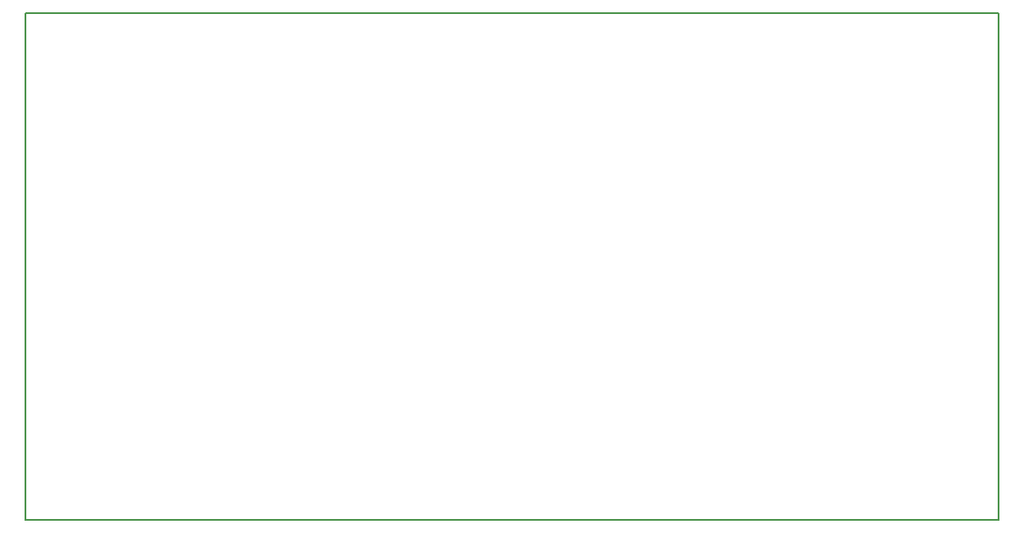
<source format=gm1>
%FSLAX25Y25*%
%MOIN*%
G70*
G01*
G75*
G04 Layer_Color=16711935*
%ADD10C,0.27559*%
%ADD11C,0.00800*%
%ADD12C,0.03000*%
%ADD13C,0.01000*%
%ADD14C,0.01500*%
%ADD15C,0.00500*%
%ADD16C,0.10236*%
%ADD17C,0.05906*%
%ADD18C,0.12205*%
%ADD19R,0.05906X0.05906*%
%ADD20C,0.02000*%
%ADD21C,0.03000*%
%ADD22C,0.07874*%
%ADD23R,0.02756X0.03347*%
%ADD24O,0.08661X0.02362*%
%ADD25C,0.00787*%
%ADD26C,0.28359*%
%ADD27C,0.11036*%
%ADD28C,0.06706*%
%ADD29C,0.13005*%
%ADD30R,0.06706X0.06706*%
%ADD31R,0.03556X0.04147*%
%ADD32O,0.09461X0.03162*%
%ADD33C,0.02362*%
%ADD34C,0.00984*%
D15*
X0Y-192913D02*
X370200D01*
X0Y0D02*
X370200D01*
X0Y-192913D02*
Y0D01*
X370079Y-192913D02*
Y0D01*
X0Y-192913D02*
X370200D01*
X0Y0D02*
X370200D01*
X0Y-192913D02*
Y0D01*
X370079Y-192913D02*
Y0D01*
M02*

</source>
